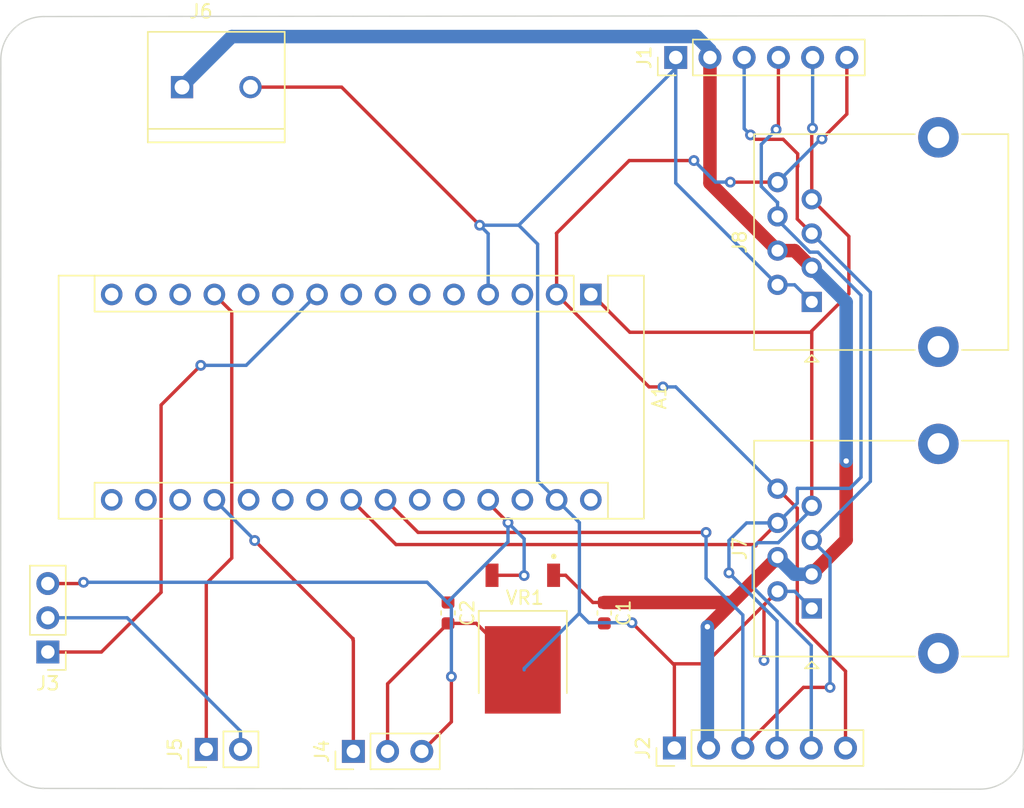
<source format=kicad_pcb>
(kicad_pcb (version 20211014) (generator pcbnew)
  (layers (0 "F.Cu" signal) (31 "B.Cu" signal) (34 "B.Paste" user) (35 "F.Paste" user) (36 "B.SilkS" user "B.Silkscreen") (37 "F.SilkS" user "F.Silkscreen") (38 "B.Mask" user) (39 "F.Mask" user) (44 "Edge.Cuts" user))
  (net 0 "")
  (net 1 "/RXD")
  (net 2 "/TXD")
  (net 4 "GND")
  (net 9 "/LED")
  (net 12 "/pedal_pwm")
  (net 19 "/pedal")
  (net 23 "/SDA")
  (net 24 "/SCL")
  (net 27 "+5V")
  (net 30 "+12V")
  (footprint "Connector_PinHeader_2.54mm:PinHeader_1x06_P2.54mm_Vertical" (layer "F.Cu") (at 171.85 123.8 90)
    (fp_text reference "J2" (at 0 -2.33 90) (layer "F.SilkS"))
    (fp_text value "Pwr/Coms")
    (fp_line (start -1.33 14.03) (end 1.33 14.03) (layer "F.SilkS") (width 0.12))
    (fp_line (start -1.33 1.27) (end 1.33 1.27) (layer "F.SilkS") (width 0.12))
    (fp_line (start -1.33 1.27) (end -1.33 14.03) (layer "F.SilkS") (width 0.12))
    (fp_line (start -1.33 -1.33) (end 0 -1.33) (layer "F.SilkS") (width 0.12))
    (fp_line (start -1.33 0) (end -1.33 -1.33) (layer "F.SilkS") (width 0.12))
    (fp_line (start 1.33 1.27) (end 1.33 14.03) (layer "F.SilkS") (width 0.12))
    (pad "1" thru_hole rect (at 0 0 90) (size 1.7 1.7) (drill 1) (layers *.Cu *.Mask) (net 4 "GND"))
    (pad "2" thru_hole oval (at 0 2.54 90) (size 1.7 1.7) (drill 1) (layers *.Cu *.Mask) (net 30 "+12V"))
    (pad "3" thru_hole oval (at 0 5.08 90) (size 1.7 1.7) (drill 1) (layers *.Cu *.Mask) (net 24 "/SCL"))
    (pad "4" thru_hole oval (at 0 7.62 90) (size 1.7 1.7) (drill 1) (layers *.Cu *.Mask) (net 23 "/SDA"))
    (pad "5" thru_hole oval (at 0 10.16 90) (size 1.7 1.7) (drill 1) (layers *.Cu *.Mask) (net 1 "/RXD"))
    (pad "6" thru_hole oval (at 0 12.7 90) (size 1.7 1.7) (drill 1) (layers *.Cu *.Mask) (net 2 "/TXD"))
  )
  (footprint "Capacitor_SMD:C_0603_1608Metric" (layer "F.Cu") (at 166.65 113.775 -90)
    (fp_text reference "C1" (at 0 -1.43 90) (layer "F.SilkS"))
    (fp_text value "0.33 uF")
    (fp_line (start -0.14058 -0.51) (end 0.14058 -0.51) (layer "F.SilkS") (width 0.12))
    (fp_line (start -0.14058 0.51) (end 0.14058 0.51) (layer "F.SilkS") (width 0.12))
    (pad "1" smd roundrect (at -0.775 0 270) (size 0.9 0.95) (layers "F.Cu" "F.Paste" "F.Mask") (net 30 "+12V"))
    (pad "2" smd roundrect (at 0.775 0 270) (size 0.9 0.95) (layers "F.Cu" "F.Paste" "F.Mask") (net 4 "GND"))
  )
  (footprint "MountingHole:MountingHole_2.2mm_M2" (layer "F.Cu") (at 193.9 123.7)
    (fp_text reference "H3" hide)
    (fp_text value "MountingHole" hide)
    (pad "" np_thru_hole circle (at 0 0) (size 2.2 2.2) (drill 2.2) (layers *.Cu *.Mask))
  )
  (footprint "Connector_PinHeader_2.54mm:PinHeader_1x06_P2.54mm_Vertical" (layer "F.Cu") (at 171.95 72.55 90)
    (fp_text reference "J1" (at 0 -2.33 90) (layer "F.SilkS"))
    (fp_text value "Pwr/Coms")
    (fp_line (start -1.33 14.03) (end 1.33 14.03) (layer "F.SilkS") (width 0.12))
    (fp_line (start 1.33 1.27) (end 1.33 14.03) (layer "F.SilkS") (width 0.12))
    (fp_line (start -1.33 1.27) (end 1.33 1.27) (layer "F.SilkS") (width 0.12))
    (fp_line (start -1.33 1.27) (end -1.33 14.03) (layer "F.SilkS") (width 0.12))
    (fp_line (start -1.33 -1.33) (end 0 -1.33) (layer "F.SilkS") (width 0.12))
    (fp_line (start -1.33 0) (end -1.33 -1.33) (layer "F.SilkS") (width 0.12))
    (pad "1" thru_hole rect (at 0 0 90) (size 1.7 1.7) (drill 1) (layers *.Cu *.Mask) (net 4 "GND"))
    (pad "2" thru_hole oval (at 0 2.54 90) (size 1.7 1.7) (drill 1) (layers *.Cu *.Mask) (net 30 "+12V"))
    (pad "3" thru_hole oval (at 0 5.08 90) (size 1.7 1.7) (drill 1) (layers *.Cu *.Mask) (net 24 "/SCL"))
    (pad "4" thru_hole oval (at 0 7.62 90) (size 1.7 1.7) (drill 1) (layers *.Cu *.Mask) (net 23 "/SDA"))
    (pad "5" thru_hole oval (at 0 10.16 90) (size 1.7 1.7) (drill 1) (layers *.Cu *.Mask) (net 1 "/RXD"))
    (pad "6" thru_hole oval (at 0 12.7 90) (size 1.7 1.7) (drill 1) (layers *.Cu *.Mask) (net 2 "/TXD"))
  )
  (footprint "MountingHole:MountingHole_2.2mm_M2" (layer "F.Cu") (at 125.1 72.6)
    (fp_text reference "H4" hide)
    (fp_text value "MountingHole" hide)
    (pad "" np_thru_hole circle (at 0 0) (size 2.2 2.2) (drill 2.2) (layers *.Cu *.Mask))
  )
  (footprint "Connector_RJ:RJ45_Ninigi_GE" (layer "F.Cu") (at 182.045 113.445 90)
    (fp_text reference "J7" (at 4.445 -5.34 90) (layer "F.SilkS"))
    (fp_text value "8P8C")
    (fp_line (start 12.455 -4.28) (end 12.455 7.65) (layer "F.SilkS") (width 0.12))
    (fp_line (start -3.933 0) (end -4.441 -0.508) (layer "F.SilkS") (width 0.12))
    (fp_line (start -3.565 -4.28) (end -3.565 7.65) (layer "F.SilkS") (width 0.12))
    (fp_line (start -3.565 11.15) (end -3.565 14.59) (layer "F.SilkS") (width 0.12))
    (fp_line (start 12.455 14.59) (end -3.565 14.59) (layer "F.SilkS") (width 0.12))
    (fp_line (start 12.455 -4.28) (end -3.565 -4.28) (layer "F.SilkS") (width 0.12))
    (fp_line (start 12.455 11.15) (end 12.455 14.59) (layer "F.SilkS") (width 0.12))
    (fp_line (start -4.441 -0.508) (end -4.441 0.508) (layer "F.SilkS") (width 0.12))
    (fp_line (start -4.441 0.508) (end -3.933 0) (layer "F.SilkS") (width 0.12))
    (pad "" np_thru_hole circle (at 10.16 6.35 270) (size 3.25 3.25) (drill 3.25) (layers *.Cu *.Mask))
    (pad "" np_thru_hole circle (at -1.27 6.35 90) (size 3.25 3.25) (drill 3.25) (layers *.Cu *.Mask))
    (pad "1" thru_hole rect (at 0 0 270) (size 1.5 1.5) (drill 0.9) (layers *.Cu *.Mask) (net 4 "GND"))
    (pad "2" thru_hole circle (at 1.27 -2.54 270) (size 1.5 1.5) (drill 0.9) (layers *.Cu *.Mask) (net 4 "GND"))
    (pad "3" thru_hole circle (at 2.54 0 270) (size 1.5 1.5) (drill 0.9) (layers *.Cu *.Mask) (net 30 "+12V"))
    (pad "4" thru_hole circle (at 3.81 -2.54 270) (size 1.5 1.5) (drill 0.9) (layers *.Cu *.Mask) (net 30 "+12V"))
    (pad "5" thru_hole circle (at 5.08 0 270) (size 1.5 1.5) (drill 0.9) (layers *.Cu *.Mask) (net 24 "/SCL"))
    (pad "6" thru_hole circle (at 6.35 -2.54 270) (size 1.5 1.5) (drill 0.9) (layers *.Cu *.Mask) (net 23 "/SDA"))
    (pad "7" thru_hole circle (at 7.62 0 270) (size 1.5 1.5) (drill 0.9) (layers *.Cu *.Mask) (net 1 "/RXD"))
    (pad "8" thru_hole circle (at 8.89 -2.54 270) (size 1.5 1.5) (drill 0.9) (layers *.Cu *.Mask) (net 2 "/TXD"))
    (pad "SH" thru_hole circle (at 12.215 9.4 270) (size 3 3) (drill 1.6) (layers *.Cu *.Mask))
    (pad "SH" thru_hole circle (at -3.325 9.4 90) (size 3 3) (drill 1.6) (layers *.Cu *.Mask))
  )
  (footprint "dylan:TO228P991X255-3N" (layer "F.Cu") (at 160.6 115.68 -90)
    (fp_text reference "VR1" (at -3.03 -0.15 180) (layer "F.SilkS"))
    (fp_text value "LM78M05CDTX_NOPB" hide)
    (fp_line (start -2.058 3.27) (end 4.043 3.27) (layer "F.SilkS") (width 0.127))
    (fp_line (start -2.058 -3.27) (end -2.058 3.27) (layer "F.SilkS") (width 0.127))
    (fp_line (start 4.043 -3.27) (end -2.058 -3.27) (layer "F.SilkS") (width 0.127))
    (fp_circle (center -6.105 -2.3) (end -6.005 -2.3) (layer "F.SilkS") (width 0.2) (fill none))
    (pad "1" smd rect locked (at -4.7 -2.285 270) (size 1.73 0.96) (layers "F.Cu" "F.Paste" "F.Mask") (net 30 "+12V"))
    (pad "3" smd rect locked (at -4.7 2.285 270) (size 1.73 0.96) (layers "F.Cu" "F.Paste" "F.Mask") (net 27 "+5V"))
    (pad "4" smd rect locked (at 2.32 0 270) (size 6.49 5.63) (layers "F.Cu" "F.Mask") (net 4 "GND"))
  )
  (footprint "Connector_PinHeader_2.54mm:PinHeader_1x02_P2.54mm_Vertical" (layer "F.Cu") (at 137.11 123.9 90)
    (fp_text reference "J5" (at 0 -2.33 90) (layer "F.SilkS"))
    (fp_text value "Pedal PWM")
    (fp_line (start -1.33 3.87) (end 1.33 3.87) (layer "F.SilkS") (width 0.12))
    (fp_line (start -1.33 1.27) (end -1.33 3.87) (layer "F.SilkS") (width 0.12))
    (fp_line (start -1.33 0) (end -1.33 -1.33) (layer "F.SilkS") (width 0.12))
    (fp_line (start -1.33 1.27) (end 1.33 1.27) (layer "F.SilkS") (width 0.12))
    (fp_line (start 1.33 1.27) (end 1.33 3.87) (layer "F.SilkS") (width 0.12))
    (fp_line (start -1.33 -1.33) (end 0 -1.33) (layer "F.SilkS") (width 0.12))
    (pad "1" thru_hole rect (at 0 0 90) (size 1.7 1.7) (drill 1) (layers *.Cu *.Mask) (net 12 "/pedal_pwm"))
    (pad "2" thru_hole oval (at 0 2.54 90) (size 1.7 1.7) (drill 1) (layers *.Cu *.Mask) (net 4 "GND"))
  )
  (footprint "Connector_RJ:RJ45_Ninigi_GE" (layer "F.Cu") (at 182.045 90.695 90)
    (fp_text reference "J8" (at 4.445 -5.34 90) (layer "F.SilkS"))
    (fp_text value "8P8C")
    (fp_line (start -3.565 11.15) (end -3.565 14.59) (layer "F.SilkS") (width 0.12))
    (fp_line (start -3.933 0) (end -4.441 -0.508) (layer "F.SilkS") (width 0.12))
    (fp_line (start 12.455 14.59) (end -3.565 14.59) (layer "F.SilkS") (width 0.12))
    (fp_line (start -4.441 0.508) (end -3.933 0) (layer "F.SilkS") (width 0.12))
    (fp_line (start 12.455 11.15) (end 12.455 14.59) (layer "F.SilkS") (width 0.12))
    (fp_line (start -4.441 -0.508) (end -4.441 0.508) (layer "F.SilkS") (width 0.12))
    (fp_line (start 12.455 -4.28) (end -3.565 -4.28) (layer "F.SilkS") (width 0.12))
    (fp_line (start 12.455 -4.28) (end 12.455 7.65) (layer "F.SilkS") (width 0.12))
    (fp_line (start -3.565 -4.28) (end -3.565 7.65) (layer "F.SilkS") (width 0.12))
    (pad "" np_thru_hole circle (at 10.16 6.35 270) (size 3.25 3.25) (drill 3.25) (layers *.Cu *.Mask))
    (pad "" np_thru_hole circle (at -1.27 6.35 90) (size 3.25 3.25) (drill 3.25) (layers *.Cu *.Mask))
    (pad "1" thru_hole rect (at 0 0 270) (size 1.5 1.5) (drill 0.9) (layers *.Cu *.Mask) (net 4 "GND"))
    (pad "2" thru_hole circle (at 1.27 -2.54 270) (size 1.5 1.5) (drill 0.9) (layers *.Cu *.Mask) (net 4 "GND"))
    (pad "3" thru_hole circle (at 2.54 0 270) (size 1.5 1.5) (drill 0.9) (layers *.Cu *.Mask) (net 30 "+12V"))
    (pad "4" thru_hole circle (at 3.81 -2.54 270) (size 1.5 1.5) (drill 0.9) (layers *.Cu *.Mask) (net 30 "+12V"))
    (pad "5" thru_hole circle (at 5.08 0 270) (size 1.5 1.5) (drill 0.9) (layers *.Cu *.Mask) (net 24 "/SCL"))
    (pad "6" thru_hole circle (at 6.35 -2.54 270) (size 1.5 1.5) (drill 0.9) (layers *.Cu *.Mask) (net 23 "/SDA"))
    (pad "7" thru_hole circle (at 7.62 0 270) (size 1.5 1.5) (drill 0.9) (layers *.Cu *.Mask) (net 1 "/RXD"))
    (pad "8" thru_hole circle (at 8.89 -2.54 270) (size 1.5 1.5) (drill 0.9) (layers *.Cu *.Mask) (net 2 "/TXD"))
    (pad "SH" thru_hole circle (at 12.215 9.4 270) (size 3 3) (drill 1.6) (layers *.Cu *.Mask))
    (pad "SH" thru_hole circle (at -3.325 9.4 90) (size 3 3) (drill 1.6) (layers *.Cu *.Mask))
  )
  (footprint "Connector_PinHeader_2.54mm:PinHeader_1x03_P2.54mm_Vertical" (layer "F.Cu") (at 148.025 124.05 90)
    (fp_text reference "J4" (at 0 -2.33 90) (layer "F.SilkS"))
    (fp_text value "Foot Pedal")
    (fp_line (start -1.33 6.41) (end 1.33 6.41) (layer "F.SilkS") (width 0.12))
    (fp_line (start 1.33 1.27) (end 1.33 6.41) (layer "F.SilkS") (width 0.12))
    (fp_line (start -1.33 0) (end -1.33 -1.33) (layer "F.SilkS") (width 0.12))
    (fp_line (start -1.33 1.27) (end -1.33 6.41) (layer "F.SilkS") (width 0.12))
    (fp_line (start -1.33 -1.33) (end 0 -1.33) (layer "F.SilkS") (width 0.12))
    (fp_line (start -1.33 1.27) (end 1.33 1.27) (layer "F.SilkS") (width 0.12))
    (pad "1" thru_hole rect (at 0 0 90) (size 1.7 1.7) (drill 1) (layers *.Cu *.Mask) (net 19 "/pedal"))
    (pad "2" thru_hole oval (at 0 2.54 90) (size 1.7 1.7) (drill 1) (layers *.Cu *.Mask) (net 4 "GND"))
    (pad "3" thru_hole oval (at 0 5.08 90) (size 1.7 1.7) (drill 1) (layers *.Cu *.Mask) (net 27 "+5V"))
  )
  (footprint "Module:Arduino_Nano" (layer "F.Cu") (at 165.65 90.14 -90)
    (fp_text reference "A1" (at 7.62 -5.08 90) (layer "F.SilkS"))
    (fp_text value "Arduino_Nano_v3.x")
    (fp_line (start -1.4 39.5) (end 16.64 39.5) (layer "F.SilkS") (width 0.12))
    (fp_line (start 16.64 -3.94) (end -1.4 -3.94) (layer "F.SilkS") (width 0.12))
    (fp_line (start 1.27 1.27) (end -1.4 1.27) (layer "F.SilkS") (width 0.12))
    (fp_line (start 1.27 1.27) (end 1.27 36.83) (layer "F.SilkS") (width 0.12))
    (fp_line (start 1.27 1.27) (end 1.27 -1.27) (layer "F.SilkS") (width 0.12))
    (fp_line (start -1.4 1.27) (end -1.4 39.5) (layer "F.SilkS") (width 0.12))
    (fp_line (start 13.97 -1.27) (end 16.64 -1.27) (layer "F.SilkS") (width 0.12))
    (fp_line (start -1.4 -3.94) (end -1.4 -1.27) (layer "F.SilkS") (width 0.12))
    (fp_line (start 13.97 -1.27) (end 13.97 36.83) (layer "F.SilkS") (width 0.12))
    (fp_line (start 1.27 -1.27) (end -1.4 -1.27) (layer "F.SilkS") (width 0.12))
    (fp_line (start 1.27 36.83) (end -1.4 36.83) (layer "F.SilkS") (width 0.12))
    (fp_line (start 16.64 39.5) (end 16.64 -3.94) (layer "F.SilkS") (width 0.12))
    (fp_line (start 13.97 36.83) (end 16.64 36.83) (layer "F.SilkS") (width 0.12))
    (pad "1" thru_hole rect (at 0 0 270) (size 1.6 1.6) (drill 1) (layers *.Cu *.Mask) (net 1 "/RXD"))
    (pad "2" thru_hole oval (at 0 2.54 270) (size 1.6 1.6) (drill 1) (layers *.Cu *.Mask) (net 2 "/TXD"))
    (pad "3" thru_hole oval (at 0 5.08 270) (size 1.6 1.6) (drill 1) (layers *.Cu *.Mask))
    (pad "4" thru_hole oval (at 0 7.62 270) (size 1.6 1.6) (drill 1) (layers *.Cu *.Mask) (net 4 "GND"))
    (pad "5" thru_hole oval (at 0 10.16 270) (size 1.6 1.6) (drill 1) (layers *.Cu *.Mask))
    (pad "6" thru_hole oval (at 0 12.7 270) (size 1.6 1.6) (drill 1) (layers *.Cu *.Mask))
    (pad "7" thru_hole oval (at 0 15.24 270) (size 1.6 1.6) (drill 1) (layers *.Cu *.Mask))
    (pad "8" thru_hole oval (at 0 17.78 270) (size 1.6 1.6) (drill 1) (layers *.Cu *.Mask))
    (pad "9" thru_hole oval (at 0 20.32 270) (size 1.6 1.6) (drill 1) (layers *.Cu *.Mask) (net 9 "/LED"))
    (pad "10" thru_hole oval (at 0 22.86 270) (size 1.6 1.6) (drill 1) (layers *.Cu *.Mask))
    (pad "11" thru_hole oval (at 0 25.4 270) (size 1.6 1.6) (drill 1) (layers *.Cu *.Mask))
    (pad "12" thru_hole oval (at 0 27.94 270) (size 1.6 1.6) (drill 1) (layers *.Cu *.Mask) (net 12 "/pedal_pwm"))
    (pad "13" thru_hole oval (at 0 30.48 270) (size 1.6 1.6) (drill 1) (layers *.Cu *.Mask))
    (pad "14" thru_hole oval (at 0 33.02 270) (size 1.6 1.6) (drill 1) (layers *.Cu *.Mask))
    (pad "15" thru_hole oval (at 0 35.56 270) (size 1.6 1.6) (drill 1) (layers *.Cu *.Mask))
    (pad "16" thru_hole oval (at 15.24 35.56 270) (size 1.6 1.6) (drill 1) (layers *.Cu *.Mask))
    (pad "17" thru_hole oval (at 15.24 33.02 270) (size 1.6 1.6) (drill 1) (layers *.Cu *.Mask))
    (pad "18" thru_hole oval (at 15.24 30.48 270) (size 1.6 1.6) (drill 1) (layers *.Cu *.Mask))
    (pad "19" thru_hole oval (at 15.24 27.94 270) (size 1.6 1.6) (drill 1) (layers *.Cu *.Mask) (net 19 "/pedal"))
    (pad "20" thru_hole oval (at 15.24 25.4 270) (size 1.6 1.6) (drill 1) (layers *.Cu *.Mask))
    (pad "21" thru_hole oval (at 15.24 22.86 270) (size 1.6 1.6) (drill 1) (layers *.Cu *.Mask))
    (pad "22" thru_hole oval (at 15.24 20.32 270) (size 1.6 1.6) (drill 1) (layers *.Cu *.Mask))
    (pad "23" thru_hole oval (at 15.24 17.78 270) (size 1.6 1.6) (drill 1) (layers *.Cu *.Mask) (net 23 "/SDA"))
    (pad "24" thru_hole oval (at 15.24 15.24 270) (size 1.6 1.6) (drill 1) (layers *.Cu *.Mask) (net 24 "/SCL"))
    (pad "25" thru_hole oval (at 15.24 12.7 270) (size 1.6 1.6) (drill 1) (layers *.Cu *.Mask))
    (pad "26" thru_hole oval (at 15.24 10.16 270) (size 1.6 1.6) (drill 1) (layers *.Cu *.Mask))
    (pad "27" thru_hole oval (at 15.24 7.62 270) (size 1.6 1.6) (drill 1) (layers *.Cu *.Mask) (net 27 "+5V"))
    (pad "28" thru_hole oval (at 15.24 5.08 270) (size 1.6 1.6) (drill 1) (layers *.Cu *.Mask))
    (pad "29" thru_hole oval (at 15.24 2.54 270) (size 1.6 1.6) (drill 1) (layers *.Cu *.Mask) (net 4 "GND"))
    (pad "30" thru_hole oval (at 15.24 0 270) (size 1.6 1.6) (drill 1) (layers *.Cu *.Mask))
  )
  (footprint "Connector_PinHeader_2.54mm:PinHeader_1x03_P2.54mm_Vertical" (layer "F.Cu") (at 125.35 116.675 180)
    (fp_text reference "J3" (at 0 -2.33) (layer "F.SilkS"))
    (fp_text value "LED")
    (fp_line (start -1.33 1.27) (end -1.33 6.41) (layer "F.SilkS") (width 0.12))
    (fp_line (start -1.33 6.41) (end 1.33 6.41) (layer "F.SilkS") (width 0.12))
    (fp_line (start 1.33 1.27) (end 1.33 6.41) (layer "F.SilkS") (width 0.12))
    (fp_line (start -1.33 1.27) (end 1.33 1.27) (layer "F.SilkS") (width 0.12))
    (fp_line (start -1.33 -1.33) (end 0 -1.33) (layer "F.SilkS") (width 0.12))
    (fp_line (start -1.33 0) (end -1.33 -1.33) (layer "F.SilkS") (width 0.12))
    (pad "1" thru_hole rect (at 0 0 180) (size 1.7 1.7) (drill 1) (layers *.Cu *.Mask) (net 9 "/LED"))
    (pad "2" thru_hole oval (at 0 2.54 180) (size 1.7 1.7) (drill 1) (layers *.Cu *.Mask) (net 4 "GND"))
    (pad "3" thru_hole oval (at 0 5.08 180) (size 1.7 1.7) (drill 1) (layers *.Cu *.Mask) (net 27 "+5V"))
  )
  (footprint "dylan:TE_282837-2" (layer "F.Cu") (at 137.85 74.75)
    (fp_text reference "J6" (at -1.127255 -5.614945) (layer "F.SilkS") (effects (font (size 1.002039 1.002039))))
    (fp_text value "Screw_Terminal_01x02")
    (fp_line (start 5.08 4.1) (end -5.08 4.1) (layer "F.SilkS") (width 0.127))
    (fp_line (start 5.08 3.1) (end 5.08 4.1) (layer "F.SilkS") (width 0.127))
    (fp_line (start -5.08 3.1) (end 5.08 3.1) (layer "F.SilkS") (width 0.127))
    (fp_line (start -5.08 4.1) (end -5.08 3.1) (layer "F.SilkS") (width 0.127))
    (fp_line (start 5.08 -4.1) (end 5.08 3.1) (layer "F.SilkS") (width 0.127))
    (fp_line (start -5.08 3.1) (end -5.08 -4.1) (layer "F.SilkS") (width 0.127))
    (fp_line (start -5.08 -4.1) (end 5.08 -4.1) (layer "F.SilkS") (width 0.127))
    (pad "1" thru_hole rect locked (at -2.54 0) (size 1.65 1.65) (drill 1.1) (layers *.Cu *.Mask) (net 30 "+12V"))
    (pad "2" thru_hole circle locked (at 2.54 0) (size 1.65 1.65) (drill 1.1) (layers *.Cu *.Mask) (net 4 "GND"))
  )
  (footprint "MountingHole:MountingHole_2.2mm_M2" (layer "F.Cu") (at 193.85 72.6)
    (fp_text reference "H1" hide)
    (fp_text value "MountingHole" hide)
    (pad "" np_thru_hole circle (at 0 0) (size 2.2 2.2) (drill 2.2) (layers *.Cu *.Mask))
  )
  (footprint "Capacitor_SMD:C_0603_1608Metric" (layer "F.Cu") (at 155.05 113.775 -90)
    (fp_text reference "C2" (at 0 -1.43 90) (layer "F.SilkS"))
    (fp_text value "0.1uF")
    (fp_line (start -0.14058 -0.51) (end 0.14058 -0.51) (layer "F.SilkS") (width 0.12))
    (fp_line (start -0.14058 0.51) (end 0.14058 0.51) (layer "F.SilkS") (width 0.12))
    (pad "1" smd roundrect (at -0.775 0 270) (size 0.9 0.95) (layers "F.Cu" "F.Paste" "F.Mask") (net 27 "+5V"))
    (pad "2" smd roundrect (at 0.775 0 270) (size 0.9 0.95) (layers "F.Cu" "F.Paste" "F.Mask") (net 4 "GND"))
  )
  (footprint "MountingHole:MountingHole_2.2mm_M2" (layer "F.Cu") (at 125.35 123.55)
    (fp_text reference "H2" hide)
    (fp_text value "MountingHole" hide)
    (pad "" np_thru_hole circle (at 0 0) (size 2.2 2.2) (drill 2.2) (layers *.Cu *.Mask))
  )
  (gr_line (start 197.75 72.65) (end 197.75 123.65) (layer "Edge.Cuts") (width 0.1))
  (gr_line (start 194.55 126.85) (end 124.95 126.8) (layer "Edge.Cuts") (width 0.1))
  (gr_line (start 121.862742 72.712742) (end 121.85 123.6) (layer "Edge.Cuts") (width 0.1))
  (gr_arc (start 125.05 126.8) (mid 122.787258 125.862742) (end 121.85 123.6) (layer "Edge.Cuts") (width 0.1))
  (gr_arc (start 197.75 123.65) (mid 196.812742 125.912742) (end 194.55 126.85) (layer "Edge.Cuts") (width 0.1))
  (gr_line (start 194.65 69.45) (end 125.062742 69.512742) (layer "Edge.Cuts") (width 0.1))
  (gr_arc (start 194.55 69.45) (mid 196.812742 70.387258) (end 197.75 72.65) (layer "Edge.Cuts") (width 0.1))
  (gr_arc (start 121.862742 72.712742) (mid 122.8 70.45) (end 125.062742 69.512742) (layer "Edge.Cuts") (width 0.1))
  (segment (start 165.65 90.14) (end 165.74 90.14) (width 0.25) (layer "F.Cu") (net 1))
  (segment (start 182.1 77.8) (end 182.045 77.855) (width 0.25) (layer "F.Cu") (net 1))
  (segment (start 184.8 90.089022) (end 182.045 92.844022) (width 0.25) (layer "F.Cu") (net 1))
  (segment (start 182.045 77.855) (end 182.045 83.075) (width 0.25) (layer "F.Cu") (net 1))
  (segment (start 182.045 92.844022) (end 182.045 92.945) (width 0.25) (layer "F.Cu") (net 1))
  (segment (start 184.8 85.83) (end 184.8 90.089022) (width 0.25) (layer "F.Cu") (net 1))
  (segment (start 165.74 90.14) (end 168.545 92.945) (width 0.25) (layer "F.Cu") (net 1))
  (segment (start 182.045 92.945) (end 182.045 105.825) (width 0.25) (layer "F.Cu") (net 1))
  (segment (start 182.045 83.075) (end 184.8 85.83) (width 0.25) (layer "F.Cu") (net 1))
  (segment (start 168.545 92.945) (end 182.045 92.945) (width 0.25) (layer "F.Cu") (net 1))
  (via (at 182.1 77.8) (size 0.8) (drill 0.4) (layers "F.Cu" "B.Cu") (net 1))
  (segment (start 177.7 108.9) (end 178.039511 108.560489) (width 0.25) (layer "B.Cu") (net 1))
  (segment (start 182.11 72.55) (end 182.11 77.79) (width 0.25) (layer "B.Cu") (net 1))
  (segment (start 182.01 116.199589) (end 177.7 111.889589) (width 0.25) (layer "B.Cu") (net 1))
  (segment (start 179.5591 108.560489) (end 182.045 106.074589) (width 0.25) (layer "B.Cu") (net 1))
  (segment (start 182.045 106.074589) (end 182.045 105.825) (width 0.25) (layer "B.Cu") (net 1))
  (segment (start 177.7 111.889589) (end 177.7 108.9) (width 0.25) (layer "B.Cu") (net 1))
  (segment (start 182.01 123.8) (end 182.01 116.199589) (width 0.25) (layer "B.Cu") (net 1))
  (segment (start 178.039511 108.560489) (end 179.5591 108.560489) (width 0.25) (layer "B.Cu") (net 1))
  (segment (start 182.11 77.79) (end 182.1 77.8) (width 0.25) (layer "B.Cu") (net 1))
  (segment (start 184.65 72.55) (end 184.65 76.75) (width 0.25) (layer "F.Cu") (net 2))
  (segment (start 163.1 85.6) (end 163.11 85.61) (width 0.25) (layer "F.Cu") (net 2))
  (segment (start 179.505 104.555) (end 180.95 106) (width 0.25) (layer "F.Cu") (net 2))
  (segment (start 173.3 80.2) (end 168.5 80.2) (width 0.25) (layer "F.Cu") (net 2))
  (segment (start 163.11 85.61) (end 163.11 90.14) (width 0.25) (layer "F.Cu") (net 2))
  (segment (start 163.11 90.14) (end 169.97 97) (width 0.25) (layer "F.Cu") (net 2))
  (segment (start 184.55 118.099022) (end 184.55 123.8) (width 0.25) (layer "F.Cu") (net 2))
  (segment (start 180.95 106) (end 180.970489 106) (width 0.25) (layer "F.Cu") (net 2))
  (segment (start 184.65 76.75) (end 182.8 78.6) (width 0.25) (layer "F.Cu") (net 2))
  (segment (start 180.970489 106) (end 180.970489 114.519511) (width 0.25) (layer "F.Cu") (net 2))
  (segment (start 168.5 80.2) (end 163.1 85.6) (width 0.25) (layer "F.Cu") (net 2))
  (segment (start 176.005 81.805) (end 179.505 81.805) (width 0.25) (layer "F.Cu") (net 2))
  (segment (start 176 81.8) (end 176.005 81.805) (width 0.25) (layer "F.Cu") (net 2))
  (segment (start 169.97 97) (end 171 97) (width 0.25) (layer "F.Cu") (net 2))
  (segment (start 180.970489 114.519511) (end 184.55 118.099022) (width 0.25) (layer "F.Cu") (net 2))
  (via (at 176 81.8) (size 0.8) (drill 0.4) (layers "F.Cu" "B.Cu") (net 2))
  (via (at 173.3 80.2) (size 0.8) (drill 0.4) (layers "F.Cu" "B.Cu") (net 2))
  (via (at 182.8 78.6) (size 0.8) (drill 0.4) (layers "F.Cu" "B.Cu") (net 2))
  (via (at 171 97) (size 0.8) (drill 0.4) (layers "F.Cu" "B.Cu") (net 2))
  (segment (start 174.9 81.8) (end 176 81.8) (width 0.25) (layer "B.Cu") (net 2))
  (segment (start 182.71 78.6) (end 179.505 81.805) (width 0.25) (layer "B.Cu") (net 2))
  (segment (start 171 97) (end 171.95 97) (width 0.25) (layer "B.Cu") (net 2))
  (segment (start 171.95 97) (end 179.505 104.555) (width 0.25) (layer "B.Cu") (net 2))
  (segment (start 182.8 78.6) (end 182.71 78.6) (width 0.25) (layer "B.Cu") (net 2))
  (segment (start 173.3 80.2) (end 174.9 81.8) (width 0.25) (layer "B.Cu") (net 2))
  (segment (start 171.75 117.55) (end 171.85 117.65) (width 0.25) (layer "F.Cu") (net 4))
  (segment (start 168.7 114.5) (end 171.75 117.55) (width 0.25) (layer "F.Cu") (net 4))
  (segment (start 155.05 114.55) (end 157.15 114.55) (width 0.25) (layer "F.Cu") (net 4))
  (segment (start 178.5 113.18) (end 178.5 117.3) (width 0.25) (layer "F.Cu") (net 4))
  (segment (start 157.15 114.55) (end 160.6 118) (width 0.25) (layer "F.Cu") (net 4))
  (segment (start 179.505 112.175) (end 178.5 113.18) (width 0.25) (layer "F.Cu") (net 4))
  (segment (start 147.15 74.75) (end 157.4 85) (width 0.25) (layer "F.Cu") (net 4))
  (segment (start 140.39 74.75) (end 147.15 74.75) (width 0.25) (layer "F.Cu") (net 4))
  (segment (start 155.05 114.55) (end 150.565 119.035) (width 0.25) (layer "F.Cu") (net 4))
  (segment (start 171.85 123.8) (end 171.85 117.65) (width 0.25) (layer "F.Cu") (net 4))
  (segment (start 179.505 112.175) (end 174.13 117.55) (width 0.25) (layer "F.Cu") (net 4))
  (segment (start 150.565 119.035) (end 150.565 124.05) (width 0.25) (layer "F.Cu") (net 4))
  (segment (start 174.13 117.55) (end 171.75 117.55) (width 0.25) (layer "F.Cu") (net 4))
  (via (at 178.5 117.3) (size 0.8) (drill 0.4) (layers "F.Cu" "B.Cu") (net 4))
  (via (at 157.4 85) (size 0.8) (drill 0.4) (layers "F.Cu" "B.Cu") (net 4))
  (via (at 168.7 114.5) (size 0.8) (drill 0.4) (layers "F.Cu" "B.Cu") (net 4))
  (segment (start 164.8 107.07) (end 164.8 107.7) (width 0.25) (layer "B.Cu") (net 4))
  (segment (start 180.775 112.175) (end 182.045 113.445) (width 0.25) (layer "B.Cu") (net 4))
  (segment (start 158.03 85.63) (end 158.03 90.14) (width 0.25) (layer "B.Cu") (net 4))
  (segment (start 160.3 85) (end 161.7 86.4) (width 0.25) (layer "B.Cu") (net 4))
  (segment (start 164.8 113.8) (end 160.7 117.9) (width 0.25) (layer "B.Cu") (net 4))
  (segment (start 179.505 89.425) (end 180.775 89.425) (width 0.25) (layer "B.Cu") (net 4))
  (segment (start 164.8 107.7) (end 164.8 113.8) (width 0.25) (layer "B.Cu") (net 4))
  (segment (start 160.7 117.9) (end 160.7 118) (width 0.25) (layer "B.Cu") (net 4))
  (segment (start 171.95 73.35) (end 171.95 72.55) (width 0.25) (layer "B.Cu") (net 4))
  (segment (start 166.6 114.5) (end 168.7 114.5) (width 0.25) (layer "B.Cu") (net 4))
  (segment (start 163.11 105.38) (end 164.8 107.07) (width 0.25) (layer "B.Cu") (net 4))
  (segment (start 160.3 85) (end 171.95 73.35) (width 0.25) (layer "B.Cu") (net 4))
  (segment (start 164.8 113.8) (end 165.5 114.5) (width 0.25) (layer "B.Cu") (net 4))
  (segment (start 171.95 72.55) (end 171.95 81.87) (width 0.25) (layer "B.Cu") (net 4))
  (segment (start 125.35 114.135) (end 131.235 114.135) (width 0.25) (layer "B.Cu") (net 4))
  (segment (start 161.7 103.97) (end 163.11 105.38) (width 0.25) (layer "B.Cu") (net 4))
  (segment (start 179.505 112.175) (end 180.775 112.175) (width 0.25) (layer "B.Cu") (net 4))
  (segment (start 171.95 81.87) (end 179.505 89.425) (width 0.25) (layer "B.Cu") (net 4))
  (segment (start 165.5 114.5) (end 166.6 114.5) (width 0.25) (layer "B.Cu") (net 4))
  (segment (start 131.235 114.135) (end 139.65 122.55) (width 0.25) (layer "B.Cu") (net 4))
  (segment (start 139.65 122.55) (end 139.65 123.9) (width 0.25) (layer "B.Cu") (net 4))
  (segment (start 161.7 86.4) (end 161.7 103.97) (width 0.25) (layer "B.Cu") (net 4))
  (segment (start 157.4 85) (end 160.3 85) (width 0.25) (layer "B.Cu") (net 4))
  (segment (start 157.4 85) (end 158.03 85.63) (width 0.25) (layer "B.Cu") (net 4))
  (segment (start 180.775 89.425) (end 182.045 90.695) (width 0.25) (layer "B.Cu") (net 4))
  (segment (start 133 113) (end 133.754511 112.245489) (width 0.25) (layer "F.Cu") (net 9))
  (segment (start 133.754511 112.245489) (end 133.754511 98.345489) (width 0.25) (layer "F.Cu") (net 9))
  (segment (start 133.754511 98.345489) (end 136.7 95.4) (width 0.25) (layer "F.Cu") (net 9))
  (segment (start 125.35 116.675) (end 129.325 116.675) (width 0.25) (layer "F.Cu") (net 9))
  (segment (start 129.325 116.675) (end 133 113) (width 0.25) (layer "F.Cu") (net 9))
  (via (at 136.7 95.4) (size 0.8) (drill 0.4) (layers "F.Cu" "B.Cu") (net 9))
  (segment (start 140.07 95.4) (end 145.33 90.14) (width 0.25) (layer "B.Cu") (net 9))
  (segment (start 136.7 95.4) (end 140.07 95.4) (width 0.25) (layer "B.Cu") (net 9))
  (segment (start 137.11 111.59) (end 139 109.7) (width 0.25) (layer "F.Cu") (net 12))
  (segment (start 137.11 123.9) (end 137.11 111.59) (width 0.25) (layer "F.Cu") (net 12))
  (segment (start 139 91.43) (end 137.71 90.14) (width 0.25) (layer "F.Cu") (net 12))
  (segment (start 139 109.7) (end 139 91.43) (width 0.25) (layer "F.Cu") (net 12))
  (segment (start 148 115.67) (end 148 115.8) (width 0.25) (layer "F.Cu") (net 19))
  (segment (start 147.97 115.67) (end 140.7 108.4) (width 0.25) (layer "F.Cu") (net 19))
  (segment (start 148.025 115.825) (end 148.025 124.05) (width 0.25) (layer "F.Cu") (net 19))
  (segment (start 148 115.67) (end 147.97 115.67) (width 0.25) (layer "F.Cu") (net 19))
  (segment (start 148 115.8) (end 148.025 115.825) (width 0.25) (layer "F.Cu") (net 19))
  (via (at 140.7 108.4) (size 0.8) (drill 0.4) (layers "F.Cu" "B.Cu") (net 19))
  (segment (start 140.7 108.37) (end 137.71 105.38) (width 0.25) (layer "B.Cu") (net 19))
  (segment (start 140.7 108.4) (end 140.7 108.37) (width 0.25) (layer "B.Cu") (net 19))
  (segment (start 177.9 108.7) (end 179.505 107.095) (width 0.25) (layer "F.Cu") (net 23))
  (segment (start 179.57 72.55) (end 179.57 77.73) (width 0.25) (layer "F.Cu") (net 23))
  (segment (start 151.19 108.7) (end 177.9 108.7) (width 0.25) (layer "F.Cu") (net 23))
  (segment (start 147.87 105.38) (end 151.19 108.7) (width 0.25) (layer "F.Cu") (net 23))
  (segment (start 179.57 77.73) (end 179.4 77.9) (width 0.25) (layer "F.Cu") (net 23))
  (segment (start 177.9 108.8) (end 177.9 108.7) (width 0.25) (layer "F.Cu") (net 23))
  (via (at 175.9 110.8) (size 0.8) (drill 0.4) (layers "F.Cu" "B.Cu") (net 23))
  (via (at 179.4 77.9) (size 0.8) (drill 0.4) (layers "F.Cu" "B.Cu") (net 23))
  (segment (start 178.3 82.119589) (end 179.480411 83.3) (width 0.25) (layer "B.Cu") (net 23))
  (segment (start 179.480411 83.3) (end 179.5 83.3) (width 0.25) (layer "B.Cu") (net 23))
  (segment (start 179.47 123.8) (end 179.47 114.37) (width 0.25) (layer "B.Cu") (net 23))
  (segment (start 180.970489 105.629511) (end 180.970489 104.529511) (width 0.25) (layer "B.Cu") (net 23))
  (segment (start 179.505 107.095) (end 180.970489 105.629511) (width 0.25) (layer "B.Cu") (net 23))
  (segment (start 179.505 107.095) (end 177.205 107.095) (width 0.25) (layer "B.Cu") (net 23))
  (segment (start 177.205 107.095) (end 175.9 108.4) (width 0.25) (layer "B.Cu") (net 23))
  (segment (start 179.47 114.37) (end 175.9 110.8) (width 0.25) (layer "B.Cu") (net 23))
  (segment (start 185.7 103.7) (end 184.870489 104.529511) (width 0.25) (layer "B.Cu") (net 23))
  (segment (start 181.910411 87) (end 182.5 87) (width 0.25) (layer "B.Cu") (net 23))
  (segment (start 179.5 83.3) (end 179.505 83.305) (width 0.25) (layer "B.Cu") (net 23))
  (segment (start 179.505 84.345) (end 179.505 84.594589) (width 0.25) (layer "B.Cu") (net 23))
  (segment (start 179.505 84.594589) (end 181.910411 87) (width 0.25) (layer "B.Cu") (net 23))
  (segment (start 178.3 79) (end 178.3 82.119589) (width 0.25) (layer "B.Cu") (net 23))
  (segment (start 175.9 108.4) (end 175.9 110.8) (width 0.25) (layer "B.Cu") (net 23))
  (segment (start 179.505 83.305) (end 179.505 84.345) (width 0.25) (layer "B.Cu") (net 23))
  (segment (start 185.7 90.2) (end 185.7 103.7) (width 0.25) (layer "B.Cu") (net 23))
  (segment (start 184.870489 104.529511) (end 180.970489 104.529511) (width 0.25) (layer "B.Cu") (net 23))
  (segment (start 179.4 77.9) (end 178.3 79) (width 0.25) (layer "B.Cu") (net 23))
  (segment (start 182.5 87) (end 185.7 90.2) (width 0.25) (layer "B.Cu") (net 23))
  (segment (start 177.5 78.3) (end 177.824511 78.624511) (width 0.25) (layer "F.Cu") (net 24))
  (segment (start 181 80.640978) (end 180.970489 80.670489) (width 0.25) (layer "F.Cu") (net 24))
  (segment (start 152.83 107.8) (end 174.2 107.8) (width 0.25) (layer "F.Cu") (net 24))
  (segment (start 183.4 119.3) (end 181.43 119.3) (width 0.25) (layer "F.Cu") (net 24))
  (segment (start 179.924511 78.624511) (end 181 79.7) (width 0.25) (layer "F.Cu") (net 24))
  (segment (start 180.970489 80.670489) (end 180.970489 84.540489) (width 0.25) (layer "F.Cu") (net 24))
  (segment (start 177.824511 78.624511) (end 179.924511 78.624511) (width 0.25) (layer "F.Cu") (net 24))
  (segment (start 181 79.7) (end 181 80.640978) (width 0.25) (layer "F.Cu") (net 24))
  (segment (start 180.970489 84.540489) (end 182.045 85.615) (width 0.25) (layer "F.Cu") (net 24))
  (segment (start 181.43 119.3) (end 176.93 123.8) (width 0.25) (layer "F.Cu") (net 24))
  (segment (start 150.41 105.38) (end 152.83 107.8) (width 0.25) (layer "F.Cu") (net 24))
  (via (at 174.2 107.8) (size 0.8) (drill 0.4) (layers "F.Cu" "B.Cu") (net 24))
  (via (at 183.4 119.3) (size 0.8) (drill 0.4) (layers "F.Cu" "B.Cu") (net 24))
  (via (at 177.5 78.3) (size 0.8) (drill 0.4) (layers "F.Cu" "B.Cu") (net 24))
  (segment (start 183.4 109.72) (end 183.4 119.3) (width 0.25) (layer "B.Cu") (net 24))
  (segment (start 177.03 72.55) (end 177.03 77.83) (width 0.25) (layer "B.Cu") (net 24))
  (segment (start 182.045 85.615) (end 186.395479 89.965479) (width 0.25) (layer "B.Cu") (net 24))
  (segment (start 176.93 113.93) (end 174.2 111.2) (width 0.25) (layer "B.Cu") (net 24))
  (segment (start 176.93 123.8) (end 176.93 113.93) (width 0.25) (layer "B.Cu") (net 24))
  (segment (start 182.045 108.365) (end 183.4 109.72) (width 0.25) (layer "B.Cu") (net 24))
  (segment (start 186.395479 104.014521) (end 182.045 108.365) (width 0.25) (layer "B.Cu") (net 24))
  (segment (start 174.2 111.2) (end 174.2 107.8) (width 0.25) (layer "B.Cu") (net 24))
  (segment (start 186.395479 89.965479) (end 186.395479 104.014521) (width 0.25) (layer "B.Cu") (net 24))
  (segment (start 177.03 77.83) (end 177.5 78.3) (width 0.25) (layer "B.Cu") (net 24))
  (segment (start 160.68 110.98) (end 160.7 111) (width 0.25) (layer "F.Cu") (net 27))
  (segment (start 153.105 124.05) (end 155.3 121.855) (width 0.25) (layer "F.Cu") (net 27))
  (segment (start 158.03 105.38) (end 158.03 105.6055) (width 0.25) (layer "F.Cu") (net 27))
  (segment (start 158.03 105.6055) (end 159.5 107.0755) (width 0.25) (layer "F.Cu") (net 27))
  (segment (start 127.905 111.595) (end 128 111.5) (width 0.25) (layer "F.Cu") (net 27))
  (segment (start 158.315 110.98) (end 160.68 110.98) (width 0.25) (layer "F.Cu") (net 27))
  (segment (start 125.35 111.595) (end 127.905 111.595) (width 0.25) (layer "F.Cu") (net 27))
  (segment (start 158.03 110.695) (end 158.315 110.98) (width 0.25) (layer "F.Cu") (net 27))
  (segment (start 155.3 121.855) (end 155.3 118.5) (width 0.25) (layer "F.Cu") (net 27))
  (via (at 128 111.5) (size 0.8) (drill 0.4) (layers "F.Cu" "B.Cu") (net 27))
  (via (at 155.3 118.5) (size 0.8) (drill 0.4) (layers "F.Cu" "B.Cu") (net 27))
  (via (at 159.5 107.0755) (size 0.8) (drill 0.4) (layers "F.Cu" "B.Cu") (net 27))
  (via (at 160.7 111) (size 0.8) (drill 0.4) (layers "F.Cu" "B.Cu") (net 27))
  (segment (start 160.7 108.2755) (end 159.5 107.0755) (width 0.25) (layer "B.Cu") (net 27))
  (segment (start 128 111.5) (end 153.5 111.5) (width 0.25) (layer "B.Cu") (net 27))
  (segment (start 153.5 111.5) (end 155 113) (width 0.25) (layer "B.Cu") (net 27))
  (segment (start 155.1 113.1) (end 155.3 113.3) (width 0.25) (layer "B.Cu") (net 27))
  (segment (start 160.7 111) (end 160.7 108.2755) (width 0.25) (layer "B.Cu") (net 27))
  (segment (start 155 113) (end 155.1 113.1) (width 0.25) (layer "B.Cu") (net 27))
  (segment (start 159.5 107.0755) (end 159.5 108.5) (width 0.25) (layer "B.Cu") (net 27))
  (segment (start 159.5 108.5) (end 155 113) (width 0.25) (layer "B.Cu") (net 27))
  (segment (start 155.3 113.3) (end 155.3 118.5) (width 0.25) (layer "B.Cu") (net 27))
  (segment (start 174.34 114.8) (end 174.3 114.8) (width 1) (layer "F.Cu") (net 30))
  (segment (start 179.505 109.635) (end 176.14 113) (width 1) (layer "F.Cu") (net 30))
  (segment (start 179.505 86.885) (end 180.775 86.885) (width 1) (layer "F.Cu") (net 30))
  (segment (start 162.885 110.98) (end 163.78 110.98) (width 0.25) (layer "F.Cu") (net 30))
  (segment (start 166.65 113) (end 168.9 113) (width 0.25) (layer "F.Cu") (net 30))
  (segment (start 176.14 113) (end 174.34 114.8) (width 1) (layer "F.Cu") (net 30))
  (segment (start 184.6 102.5) (end 184.6 108.35) (width 1) (layer "F.Cu") (net 30))
  (segment (start 174.49 72.55) (end 174.49 81.87) (width 1) (layer "F.Cu") (net 30))
  (segment (start 184.6 108.35) (end 182.045 110.905) (width 1) (layer "F.Cu") (net 30))
  (segment (start 174.49 81.87) (end 179.505 86.885) (width 1) (layer "F.Cu") (net 30))
  (segment (start 176.14 113) (end 166.65 113) (width 1) (layer "F.Cu") (net 30))
  (segment (start 165.8 113) (end 166.65 113) (width 0.25) (layer "F.Cu") (net 30))
  (segment (start 163.78 110.98) (end 165.8 113) (width 0.25) (layer "F.Cu") (net 30))
  (segment (start 180.775 86.885) (end 182.045 88.155) (width 1) (layer "F.Cu") (net 30))
  (via (at 174.3 114.8) (size 0.8) (drill 0.4) (layers "F.Cu" "B.Cu") (net 30))
  (via (at 184.6 102.5) (size 0.8) (drill 0.4) (layers "F.Cu" "B.Cu") (net 30))
  (segment (start 135.31 74.69) (end 135.31 74.75) (width 1) (layer "B.Cu") (net 30))
  (segment (start 184.6 90.71) (end 184.6 102.5) (width 1) (layer "B.Cu") (net 30))
  (segment (start 182.045 88.155) (end 184.6 90.71) (width 1) (layer "B.Cu") (net 30))
  (segment (start 139 71) (end 135.31 74.69) (width 1) (layer "B.Cu") (net 30))
  (segment (start 174.3 123.71) (end 174.39 123.8) (width 1) (layer "B.Cu") (net 30))
  (segment (start 173.499022 71) (end 139 71) (width 1) (layer "B.Cu") (net 30))
  (segment (start 182.045 110.905) (end 180.775 110.905) (width 1) (layer "B.Cu") (net 30))
  (segment (start 180.775 110.905) (end 179.505 109.635) (width 1) (layer "B.Cu") (net 30))
  (segment (start 174.3 114.8) (end 174.3 123.71) (width 1) (layer "B.Cu") (net 30))
  (segment (start 174.49 71.990978) (end 173.499022 71) (width 1) (layer "B.Cu") (net 30))
  (segment (start 174.49 72.55) (end 174.49 71.990978) (width 1) (layer "B.Cu") (net 30))
)
</source>
